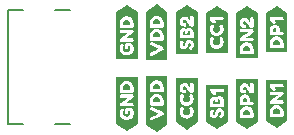
<source format=gbr>
%TF.GenerationSoftware,KiCad,Pcbnew,(6.0.5-0)*%
%TF.CreationDate,2022-07-11T15:28:30+02:00*%
%TF.ProjectId,USB-C-breakout,5553422d-432d-4627-9265-616b6f75742e,rev?*%
%TF.SameCoordinates,Original*%
%TF.FileFunction,Legend,Top*%
%TF.FilePolarity,Positive*%
%FSLAX46Y46*%
G04 Gerber Fmt 4.6, Leading zero omitted, Abs format (unit mm)*
G04 Created by KiCad (PCBNEW (6.0.5-0)) date 2022-07-11 15:28:30*
%MOMM*%
%LPD*%
G01*
G04 APERTURE LIST*
%ADD10C,0.200000*%
G04 APERTURE END LIST*
%TO.C,kibuzzard-62B9BD67*%
G36*
X148715611Y-83209253D02*
G01*
X148811456Y-83278310D01*
X148875155Y-83375941D01*
X148896388Y-83484685D01*
X148896388Y-83638672D01*
X148296313Y-83638672D01*
X148296313Y-83486272D01*
X148317942Y-83373361D01*
X148382831Y-83275928D01*
X148479867Y-83208658D01*
X148597938Y-83186235D01*
X148715611Y-83209253D01*
G37*
G36*
X147667133Y-84250389D02*
G01*
X147667133Y-83778372D01*
X148013738Y-83778372D01*
X148024453Y-83860128D01*
X148056600Y-83902197D01*
X148097875Y-83917278D01*
X148153438Y-83919660D01*
X149036088Y-83919660D01*
X149137688Y-83900610D01*
X149167453Y-83858541D01*
X149177375Y-83779960D01*
X149177375Y-83489447D01*
X149166560Y-83372518D01*
X149134116Y-83264618D01*
X149080041Y-83165746D01*
X149004338Y-83075903D01*
X148913503Y-83001241D01*
X148814036Y-82947911D01*
X148705937Y-82915913D01*
X148589206Y-82905247D01*
X148472922Y-82916161D01*
X148366163Y-82948903D01*
X148268928Y-83003474D01*
X148181219Y-83079872D01*
X148108640Y-83170657D01*
X148056798Y-83268388D01*
X148025693Y-83373064D01*
X148015325Y-83484685D01*
X148013738Y-83778372D01*
X147667133Y-83778372D01*
X147667133Y-82663947D01*
X148016912Y-82663947D01*
X148026438Y-82741735D01*
X148063744Y-82786978D01*
X148151850Y-82802060D01*
X149037675Y-82802060D01*
X149093238Y-82799678D01*
X149136100Y-82784597D01*
X149168247Y-82743322D01*
X149178963Y-82663947D01*
X149168247Y-82582191D01*
X149136100Y-82540122D01*
X149094825Y-82525041D01*
X149039263Y-82522660D01*
X148516975Y-82522660D01*
X148574831Y-82478298D01*
X148651031Y-82420354D01*
X148745575Y-82348828D01*
X148858464Y-82263721D01*
X148989697Y-82165031D01*
X149139275Y-82052760D01*
X149169438Y-82013072D01*
X149178963Y-81927347D01*
X149168247Y-81845591D01*
X149136100Y-81803522D01*
X149094825Y-81788441D01*
X149039263Y-81786060D01*
X148158200Y-81786060D01*
X148077238Y-81795585D01*
X148043900Y-81815428D01*
X148024850Y-81856703D01*
X148016912Y-81929728D01*
X148026438Y-82005135D01*
X148063744Y-82050378D01*
X148151850Y-82065460D01*
X148688425Y-82065460D01*
X148631143Y-82109204D01*
X148556663Y-82165296D01*
X148464984Y-82233735D01*
X148356108Y-82314521D01*
X148230034Y-82407654D01*
X148086763Y-82513135D01*
X148045488Y-82549647D01*
X148025644Y-82588541D01*
X148016912Y-82663947D01*
X147667133Y-82663947D01*
X147667133Y-81255041D01*
X147997862Y-81255041D01*
X148012415Y-81374456D01*
X148056071Y-81477644D01*
X148128831Y-81564603D01*
X148219936Y-81630308D01*
X148318626Y-81669731D01*
X148424900Y-81682872D01*
X148505863Y-81674935D01*
X148551106Y-81631675D01*
X148566188Y-81543172D01*
X148556663Y-81462210D01*
X148528088Y-81419347D01*
X148488400Y-81404266D01*
X148436013Y-81401885D01*
X148426488Y-81401885D01*
X148389975Y-81395535D01*
X148316156Y-81353466D01*
X148278850Y-81265360D01*
X148293138Y-81185985D01*
X148324094Y-81143916D01*
X148366956Y-81119310D01*
X148407438Y-81108197D01*
X148476891Y-81123080D01*
X148542375Y-81167728D01*
X148602502Y-81233411D01*
X148655881Y-81311397D01*
X148706284Y-81395535D01*
X148757481Y-81479672D01*
X148814234Y-81557658D01*
X148881306Y-81623341D01*
X148956911Y-81667989D01*
X149039263Y-81682872D01*
X149139275Y-81641597D01*
X149182138Y-81543172D01*
X149182138Y-80922460D01*
X149163088Y-80824035D01*
X149121813Y-80789903D01*
X149041644Y-80779585D01*
X148960681Y-80789110D01*
X148914644Y-80826416D01*
X148899563Y-80919285D01*
X148899563Y-81209797D01*
X148891625Y-81209797D01*
X148875750Y-81170110D01*
X148822172Y-81071685D01*
X148734463Y-80960560D01*
X148677313Y-80908966D01*
X148604288Y-80865310D01*
X148520944Y-80835544D01*
X148432838Y-80825622D01*
X148323741Y-80838851D01*
X148222935Y-80878539D01*
X148130419Y-80944685D01*
X148056776Y-81032085D01*
X148012591Y-81135538D01*
X147997862Y-81255041D01*
X147667133Y-81255041D01*
X147667133Y-80448856D01*
X148590000Y-79833611D01*
X149512867Y-80448856D01*
X149512867Y-84250389D01*
X147667133Y-84250389D01*
G37*
%TO.C,kibuzzard-62B9BDF3*%
G36*
X141094023Y-87546744D02*
G01*
X141189869Y-87615801D01*
X141253567Y-87713432D01*
X141274800Y-87822176D01*
X141274800Y-87976163D01*
X140674725Y-87976163D01*
X140674725Y-87823763D01*
X140696355Y-87710852D01*
X140761244Y-87613419D01*
X140858280Y-87546149D01*
X140976350Y-87523726D01*
X141094023Y-87546744D01*
G37*
G36*
X141094023Y-86429144D02*
G01*
X141189869Y-86498201D01*
X141253567Y-86595832D01*
X141274800Y-86704576D01*
X141274800Y-86858563D01*
X140674725Y-86858563D01*
X140674725Y-86706163D01*
X140696355Y-86593252D01*
X140761244Y-86495819D01*
X140858280Y-86428549D01*
X140976350Y-86406126D01*
X141094023Y-86429144D01*
G37*
G36*
X140970000Y-90481591D02*
G01*
X140053483Y-89870580D01*
X140053483Y-89366019D01*
X140384212Y-89366019D01*
X140411200Y-89446188D01*
X140459619Y-89516435D01*
X140512800Y-89539851D01*
X140589000Y-89516038D01*
X141478000Y-89077888D01*
X141534356Y-89024707D01*
X141555788Y-88949301D01*
X141555788Y-88933426D01*
X141534356Y-88859607D01*
X141478000Y-88806426D01*
X140589000Y-88368276D01*
X140512800Y-88344463D01*
X140459619Y-88367879D01*
X140411200Y-88438126D01*
X140384212Y-88531788D01*
X140427075Y-88601638D01*
X140474700Y-88623863D01*
X141170025Y-88941363D01*
X141133314Y-88958627D01*
X141048581Y-88997719D01*
X140936464Y-89049313D01*
X140817600Y-89104082D01*
X140698736Y-89158652D01*
X140586619Y-89209651D01*
X140499306Y-89249537D01*
X140454856Y-89270769D01*
X140412787Y-89296963D01*
X140390563Y-89323951D01*
X140384212Y-89366019D01*
X140053483Y-89366019D01*
X140053483Y-88115863D01*
X140392150Y-88115863D01*
X140402866Y-88197619D01*
X140435012Y-88239688D01*
X140476287Y-88254769D01*
X140531850Y-88257151D01*
X141414500Y-88257151D01*
X141516100Y-88238101D01*
X141545866Y-88196032D01*
X141555788Y-88117451D01*
X141555788Y-87826938D01*
X141544973Y-87710009D01*
X141512528Y-87602109D01*
X141458454Y-87503237D01*
X141382750Y-87413394D01*
X141291915Y-87338732D01*
X141192448Y-87285402D01*
X141084350Y-87253404D01*
X140967619Y-87242738D01*
X140851334Y-87253652D01*
X140744575Y-87286394D01*
X140647341Y-87340965D01*
X140559631Y-87417363D01*
X140487053Y-87508148D01*
X140435211Y-87605879D01*
X140404106Y-87710555D01*
X140393738Y-87822176D01*
X140392150Y-88115863D01*
X140053483Y-88115863D01*
X140053483Y-86998263D01*
X140392150Y-86998263D01*
X140402866Y-87080019D01*
X140435012Y-87122088D01*
X140476287Y-87137169D01*
X140531850Y-87139551D01*
X141414500Y-87139551D01*
X141516100Y-87120501D01*
X141545866Y-87078432D01*
X141555788Y-86999851D01*
X141555788Y-86709338D01*
X141544973Y-86592409D01*
X141512528Y-86484509D01*
X141458454Y-86385637D01*
X141382750Y-86295794D01*
X141291915Y-86221132D01*
X141192448Y-86167802D01*
X141084350Y-86135804D01*
X140967619Y-86125138D01*
X140851334Y-86136052D01*
X140744575Y-86168794D01*
X140647341Y-86223365D01*
X140559631Y-86299763D01*
X140487053Y-86390548D01*
X140435211Y-86488279D01*
X140404106Y-86592955D01*
X140393738Y-86704576D01*
X140392150Y-86998263D01*
X140053483Y-86998263D01*
X140053483Y-85794409D01*
X141886517Y-85794409D01*
X141886517Y-89870580D01*
X140970000Y-90481591D01*
G37*
%TO.C,kibuzzard-62B9BE25*%
G36*
X148590000Y-90276539D02*
G01*
X147667133Y-89661294D01*
X147667133Y-89189278D01*
X148013738Y-89189278D01*
X148024453Y-89271034D01*
X148056600Y-89313103D01*
X148097875Y-89328184D01*
X148153438Y-89330565D01*
X149036088Y-89330565D01*
X149137688Y-89311515D01*
X149167453Y-89269447D01*
X149177375Y-89190865D01*
X149177375Y-88900353D01*
X149166560Y-88783423D01*
X149134116Y-88675523D01*
X149080041Y-88576652D01*
X149004338Y-88486809D01*
X148913503Y-88412147D01*
X148814036Y-88358817D01*
X148705937Y-88326819D01*
X148589206Y-88316153D01*
X148472922Y-88327067D01*
X148366163Y-88359809D01*
X148268928Y-88414379D01*
X148181219Y-88490778D01*
X148108640Y-88581563D01*
X148056798Y-88679293D01*
X148025693Y-88783969D01*
X148015325Y-88895590D01*
X148013738Y-89189278D01*
X147667133Y-89189278D01*
X147667133Y-88071678D01*
X148015325Y-88071678D01*
X148026041Y-88153434D01*
X148058188Y-88195503D01*
X148100256Y-88210584D01*
X148155025Y-88212965D01*
X149036088Y-88212965D01*
X149118638Y-88203440D01*
X149162691Y-88161372D01*
X149177375Y-88073265D01*
X149166659Y-87991509D01*
X149134513Y-87949440D01*
X149092444Y-87934359D01*
X149037675Y-87931978D01*
X148858288Y-87931978D01*
X148858288Y-87733540D01*
X148846999Y-87640407D01*
X148813132Y-87549390D01*
X148756688Y-87460490D01*
X148698942Y-87401356D01*
X148624131Y-87354128D01*
X148535827Y-87323172D01*
X148437600Y-87312853D01*
X148339175Y-87323172D01*
X148250275Y-87354128D01*
X148174869Y-87401356D01*
X148116925Y-87460490D01*
X148060481Y-87549214D01*
X148026614Y-87639701D01*
X148015325Y-87731953D01*
X148015325Y-88071678D01*
X147667133Y-88071678D01*
X147667133Y-86805647D01*
X147997862Y-86805647D01*
X148012415Y-86925062D01*
X148056071Y-87028249D01*
X148128831Y-87115209D01*
X148219936Y-87180914D01*
X148318626Y-87220337D01*
X148424900Y-87233478D01*
X148505863Y-87225540D01*
X148551106Y-87182281D01*
X148566188Y-87093778D01*
X148556663Y-87012815D01*
X148528088Y-86969953D01*
X148488400Y-86954872D01*
X148436013Y-86952490D01*
X148426488Y-86952490D01*
X148389975Y-86946140D01*
X148316156Y-86904072D01*
X148278850Y-86815965D01*
X148293138Y-86736590D01*
X148324094Y-86694522D01*
X148366956Y-86669915D01*
X148407438Y-86658803D01*
X148476891Y-86673686D01*
X148542375Y-86718334D01*
X148602502Y-86784017D01*
X148655881Y-86862003D01*
X148706284Y-86946140D01*
X148757481Y-87030278D01*
X148814234Y-87108264D01*
X148881306Y-87173947D01*
X148956911Y-87218595D01*
X149039263Y-87233478D01*
X149139275Y-87192203D01*
X149182138Y-87093778D01*
X149182138Y-86473065D01*
X149163088Y-86374640D01*
X149121813Y-86340509D01*
X149041644Y-86330190D01*
X148960681Y-86339715D01*
X148914644Y-86377022D01*
X148899563Y-86469890D01*
X148899563Y-86760403D01*
X148891625Y-86760403D01*
X148875750Y-86720715D01*
X148822172Y-86622290D01*
X148734463Y-86511165D01*
X148677313Y-86459572D01*
X148604288Y-86415915D01*
X148520944Y-86386150D01*
X148432838Y-86376228D01*
X148323741Y-86389457D01*
X148222935Y-86429144D01*
X148130419Y-86495290D01*
X148056776Y-86582691D01*
X148012591Y-86686143D01*
X147997862Y-86805647D01*
X147667133Y-86805647D01*
X147667133Y-85999461D01*
X149512867Y-85999461D01*
X149512867Y-89661294D01*
X148590000Y-90276539D01*
G37*
G36*
X148542375Y-87638290D02*
G01*
X148577300Y-87731953D01*
X148577300Y-87931978D01*
X148296313Y-87931978D01*
X148296313Y-87733540D01*
X148332031Y-87638290D01*
X148437600Y-87592253D01*
X148542375Y-87638290D01*
G37*
G36*
X148715611Y-88620159D02*
G01*
X148811456Y-88689215D01*
X148875155Y-88786847D01*
X148896388Y-88895590D01*
X148896388Y-89049578D01*
X148296313Y-89049578D01*
X148296313Y-88897178D01*
X148317942Y-88784267D01*
X148382831Y-88686834D01*
X148479867Y-88619564D01*
X148597938Y-88597140D01*
X148715611Y-88620159D01*
G37*
%TO.C,kibuzzard-62B9BE2F*%
G36*
X151247673Y-88512474D02*
G01*
X151343519Y-88581530D01*
X151407217Y-88679161D01*
X151428450Y-88787905D01*
X151428450Y-88941892D01*
X150828375Y-88941892D01*
X150828375Y-88789492D01*
X150850005Y-88676581D01*
X150914894Y-88579149D01*
X151011930Y-88511878D01*
X151130000Y-88489455D01*
X151247673Y-88512474D01*
G37*
G36*
X151130000Y-90163562D02*
G01*
X150215071Y-89553609D01*
X150215071Y-89081592D01*
X150545800Y-89081592D01*
X150556516Y-89163349D01*
X150588663Y-89205417D01*
X150629937Y-89220499D01*
X150685500Y-89222880D01*
X151568150Y-89222880D01*
X151669750Y-89203830D01*
X151699516Y-89161761D01*
X151709437Y-89083180D01*
X151709437Y-88792667D01*
X151698623Y-88675738D01*
X151666178Y-88567838D01*
X151612104Y-88468966D01*
X151536400Y-88379124D01*
X151445565Y-88304462D01*
X151346098Y-88251131D01*
X151238000Y-88219133D01*
X151121269Y-88208467D01*
X151004984Y-88219381D01*
X150898225Y-88252124D01*
X150800991Y-88306694D01*
X150713281Y-88383092D01*
X150640703Y-88473878D01*
X150588861Y-88571608D01*
X150557756Y-88676284D01*
X150547388Y-88787905D01*
X150545800Y-89081592D01*
X150215071Y-89081592D01*
X150215071Y-87967167D01*
X150548975Y-87967167D01*
X150558500Y-88044955D01*
X150595806Y-88090199D01*
X150683913Y-88105280D01*
X151569738Y-88105280D01*
X151625300Y-88102899D01*
X151668163Y-88087817D01*
X151700309Y-88046542D01*
X151711025Y-87967167D01*
X151700309Y-87885411D01*
X151668163Y-87843342D01*
X151626888Y-87828261D01*
X151571325Y-87825880D01*
X151049037Y-87825880D01*
X151106893Y-87781518D01*
X151183093Y-87723574D01*
X151277638Y-87652049D01*
X151390526Y-87566941D01*
X151521760Y-87468251D01*
X151671337Y-87355980D01*
X151701500Y-87316292D01*
X151711025Y-87230567D01*
X151700309Y-87148811D01*
X151668163Y-87106742D01*
X151626888Y-87091661D01*
X151571325Y-87089280D01*
X150690262Y-87089280D01*
X150609300Y-87098805D01*
X150575962Y-87118649D01*
X150556912Y-87159924D01*
X150548975Y-87232949D01*
X150558500Y-87308355D01*
X150595806Y-87353599D01*
X150683913Y-87368680D01*
X151220488Y-87368680D01*
X151163205Y-87412424D01*
X151088725Y-87468516D01*
X150997047Y-87536955D01*
X150888171Y-87617741D01*
X150762097Y-87710874D01*
X150618825Y-87816355D01*
X150577550Y-87852867D01*
X150557706Y-87891761D01*
X150548975Y-87967167D01*
X150215071Y-87967167D01*
X150215071Y-86590011D01*
X150545800Y-86590011D01*
X150587075Y-86679705D01*
X150590250Y-86684467D01*
X150825200Y-86944817D01*
X150918862Y-87001967D01*
X151017288Y-86951961D01*
X151072850Y-86855917D01*
X151023638Y-86744792D01*
X151004588Y-86724155D01*
X151571325Y-86724155D01*
X151629269Y-86721774D01*
X151672925Y-86706692D01*
X151703881Y-86664227D01*
X151714200Y-86584455D01*
X151703484Y-86502699D01*
X151671337Y-86460630D01*
X151629269Y-86445549D01*
X151574500Y-86443167D01*
X150690262Y-86443167D01*
X150606125Y-86451105D01*
X150571994Y-86473330D01*
X150553738Y-86514605D01*
X150545800Y-86590011D01*
X150215071Y-86590011D01*
X150215071Y-86112438D01*
X152044929Y-86112438D01*
X152044929Y-89553609D01*
X151130000Y-90163562D01*
G37*
%TO.C,kibuzzard-62B9BD52*%
G36*
X145123958Y-83776785D02*
G01*
X145123958Y-82839631D01*
X145454687Y-82839631D01*
X145464212Y-82944229D01*
X145492787Y-83048475D01*
X145540413Y-83152368D01*
X145590220Y-83230354D01*
X145650744Y-83299212D01*
X145725356Y-83357751D01*
X145817431Y-83404781D01*
X145923992Y-83435737D01*
X146042063Y-83446056D01*
X146161323Y-83435538D01*
X146271456Y-83403987D01*
X146367500Y-83356163D01*
X146444494Y-83296831D01*
X146506803Y-83227576D01*
X146558794Y-83149987D01*
X146598878Y-83069421D01*
X146625469Y-82991237D01*
X146640352Y-82914640D01*
X146645313Y-82838837D01*
X146638963Y-82762041D01*
X146619913Y-82682468D01*
X146578638Y-82575312D01*
X146545300Y-82520543D01*
X146505613Y-82470537D01*
X146450050Y-82449106D01*
X146361150Y-82484031D01*
X146294475Y-82539196D01*
X146272250Y-82590393D01*
X146304000Y-82666593D01*
X146324638Y-82695168D01*
X146350038Y-82757874D01*
X146362738Y-82850743D01*
X146345275Y-82953534D01*
X146292888Y-83052356D01*
X146192875Y-83133318D01*
X146125208Y-83157131D01*
X146049206Y-83165068D01*
X145973205Y-83157131D01*
X145905538Y-83133318D01*
X145807113Y-83053943D01*
X145753534Y-82953137D01*
X145735675Y-82850743D01*
X145749169Y-82750731D01*
X145789650Y-82672943D01*
X145824575Y-82591981D01*
X145803144Y-82539593D01*
X145738850Y-82480856D01*
X145650744Y-82447518D01*
X145575338Y-82488793D01*
X145546762Y-82533243D01*
X145524537Y-82571343D01*
X145477706Y-82688024D01*
X145460442Y-82764423D01*
X145454687Y-82839631D01*
X145123958Y-82839631D01*
X145123958Y-81761718D01*
X145454687Y-81761718D01*
X145464212Y-81866317D01*
X145492787Y-81970562D01*
X145540413Y-82074456D01*
X145590220Y-82152441D01*
X145650744Y-82221299D01*
X145725356Y-82279838D01*
X145817431Y-82326868D01*
X145923992Y-82357824D01*
X146042063Y-82368143D01*
X146161323Y-82357626D01*
X146271456Y-82326074D01*
X146367500Y-82278251D01*
X146444494Y-82218918D01*
X146506803Y-82149663D01*
X146558794Y-82072074D01*
X146598878Y-81991509D01*
X146625469Y-81913324D01*
X146640352Y-81836727D01*
X146645313Y-81760924D01*
X146638963Y-81684129D01*
X146619913Y-81604556D01*
X146578638Y-81497399D01*
X146545300Y-81442631D01*
X146505613Y-81392624D01*
X146450050Y-81371193D01*
X146361150Y-81406118D01*
X146294475Y-81461284D01*
X146272250Y-81512481D01*
X146304000Y-81588681D01*
X146324638Y-81617256D01*
X146350038Y-81679962D01*
X146362738Y-81772831D01*
X146345275Y-81875621D01*
X146292888Y-81974443D01*
X146192875Y-82055406D01*
X146125208Y-82079218D01*
X146049206Y-82087156D01*
X145973205Y-82079218D01*
X145905538Y-82055406D01*
X145807113Y-81976031D01*
X145753534Y-81875224D01*
X145735675Y-81772831D01*
X145749169Y-81672818D01*
X145789650Y-81595031D01*
X145824575Y-81514068D01*
X145803144Y-81461681D01*
X145738850Y-81402943D01*
X145650744Y-81369606D01*
X145575338Y-81410881D01*
X145546762Y-81455331D01*
X145524537Y-81493431D01*
X145477706Y-81610112D01*
X145460442Y-81686510D01*
X145454687Y-81761718D01*
X145123958Y-81761718D01*
X145123958Y-80894149D01*
X145464213Y-80894149D01*
X145505487Y-80983843D01*
X145508663Y-80988606D01*
X145743613Y-81248956D01*
X145837275Y-81306106D01*
X145935700Y-81256099D01*
X145991263Y-81160056D01*
X145942050Y-81048931D01*
X145923000Y-81028293D01*
X146489738Y-81028293D01*
X146547681Y-81025912D01*
X146591338Y-81010831D01*
X146622294Y-80968365D01*
X146632613Y-80888593D01*
X146621897Y-80806837D01*
X146589750Y-80764768D01*
X146547681Y-80749687D01*
X146492913Y-80747306D01*
X145608675Y-80747306D01*
X145524537Y-80755243D01*
X145490406Y-80777468D01*
X145472150Y-80818743D01*
X145464213Y-80894149D01*
X145123958Y-80894149D01*
X145123958Y-80416576D01*
X146050000Y-79799215D01*
X146976042Y-80416576D01*
X146976042Y-83776785D01*
X145123958Y-83776785D01*
G37*
%TO.C,kibuzzard-62B9BDB7*%
G36*
X141094023Y-80944156D02*
G01*
X141189869Y-81013212D01*
X141253567Y-81110843D01*
X141274800Y-81219587D01*
X141274800Y-81373574D01*
X140674725Y-81373574D01*
X140674725Y-81221174D01*
X140696355Y-81108263D01*
X140761244Y-81010831D01*
X140858280Y-80943560D01*
X140976350Y-80921137D01*
X141094023Y-80944156D01*
G37*
G36*
X141094023Y-82061756D02*
G01*
X141189869Y-82130812D01*
X141253567Y-82228443D01*
X141274800Y-82337187D01*
X141274800Y-82491174D01*
X140674725Y-82491174D01*
X140674725Y-82338774D01*
X140696355Y-82225863D01*
X140761244Y-82128431D01*
X140858280Y-82061160D01*
X140976350Y-82038737D01*
X141094023Y-82061756D01*
G37*
G36*
X140053483Y-84385591D02*
G01*
X140053483Y-83881031D01*
X140384212Y-83881031D01*
X140411200Y-83961199D01*
X140459619Y-84031446D01*
X140512800Y-84054862D01*
X140589000Y-84031049D01*
X141478000Y-83592899D01*
X141534356Y-83539718D01*
X141555788Y-83464312D01*
X141555788Y-83448437D01*
X141534356Y-83374618D01*
X141478000Y-83321437D01*
X140589000Y-82883287D01*
X140512800Y-82859474D01*
X140459619Y-82882890D01*
X140411200Y-82953137D01*
X140384212Y-83046799D01*
X140427075Y-83116649D01*
X140474700Y-83138874D01*
X141170025Y-83456374D01*
X141133314Y-83473638D01*
X141048581Y-83512731D01*
X140936464Y-83564324D01*
X140817600Y-83619093D01*
X140698736Y-83673663D01*
X140586619Y-83724662D01*
X140499306Y-83764548D01*
X140454856Y-83785781D01*
X140412787Y-83811974D01*
X140390563Y-83838962D01*
X140384212Y-83881031D01*
X140053483Y-83881031D01*
X140053483Y-82630874D01*
X140392150Y-82630874D01*
X140402866Y-82712631D01*
X140435012Y-82754699D01*
X140476287Y-82769781D01*
X140531850Y-82772162D01*
X141414500Y-82772162D01*
X141516100Y-82753112D01*
X141545866Y-82711043D01*
X141555788Y-82632462D01*
X141555788Y-82341949D01*
X141544973Y-82225020D01*
X141512528Y-82117120D01*
X141458454Y-82018248D01*
X141382750Y-81928406D01*
X141291915Y-81853743D01*
X141192448Y-81800413D01*
X141084350Y-81768415D01*
X140967619Y-81757749D01*
X140851334Y-81768663D01*
X140744575Y-81801406D01*
X140647341Y-81855976D01*
X140559631Y-81932374D01*
X140487053Y-82023159D01*
X140435211Y-82120890D01*
X140404106Y-82225566D01*
X140393738Y-82337187D01*
X140392150Y-82630874D01*
X140053483Y-82630874D01*
X140053483Y-81513274D01*
X140392150Y-81513274D01*
X140402866Y-81595031D01*
X140435012Y-81637099D01*
X140476287Y-81652181D01*
X140531850Y-81654562D01*
X141414500Y-81654562D01*
X141516100Y-81635512D01*
X141545866Y-81593443D01*
X141555788Y-81514862D01*
X141555788Y-81224349D01*
X141544973Y-81107420D01*
X141512528Y-80999520D01*
X141458454Y-80900648D01*
X141382750Y-80810806D01*
X141291915Y-80736143D01*
X141192448Y-80682813D01*
X141084350Y-80650815D01*
X140967619Y-80640149D01*
X140851334Y-80651063D01*
X140744575Y-80683806D01*
X140647341Y-80738376D01*
X140559631Y-80814774D01*
X140487053Y-80905559D01*
X140435211Y-81003290D01*
X140404106Y-81107966D01*
X140393738Y-81219587D01*
X140392150Y-81513274D01*
X140053483Y-81513274D01*
X140053483Y-80309420D01*
X140970000Y-79698409D01*
X141886517Y-80309420D01*
X141886517Y-84385591D01*
X140053483Y-84385591D01*
G37*
%TO.C,kibuzzard-62B9BD75*%
G36*
X151074438Y-81720708D02*
G01*
X151109363Y-81814370D01*
X151109363Y-82014395D01*
X150828375Y-82014395D01*
X150828375Y-81815958D01*
X150864094Y-81720708D01*
X150969663Y-81674670D01*
X151074438Y-81720708D01*
G37*
G36*
X151247673Y-82702576D02*
G01*
X151343519Y-82771633D01*
X151407217Y-82869264D01*
X151428450Y-82978008D01*
X151428450Y-83131995D01*
X150828375Y-83131995D01*
X150828375Y-82979595D01*
X150850005Y-82866684D01*
X150914894Y-82769251D01*
X151011930Y-82701981D01*
X151130000Y-82679558D01*
X151247673Y-82702576D01*
G37*
G36*
X150215071Y-83743712D02*
G01*
X150215071Y-83271695D01*
X150545800Y-83271695D01*
X150556516Y-83353451D01*
X150588663Y-83395520D01*
X150629937Y-83410601D01*
X150685500Y-83412983D01*
X151568150Y-83412983D01*
X151669750Y-83393933D01*
X151699516Y-83351864D01*
X151709437Y-83273283D01*
X151709437Y-82982770D01*
X151698623Y-82865841D01*
X151666178Y-82757940D01*
X151612104Y-82659069D01*
X151536400Y-82569226D01*
X151445565Y-82494564D01*
X151346098Y-82441234D01*
X151238000Y-82409236D01*
X151121269Y-82398570D01*
X151004984Y-82409484D01*
X150898225Y-82442226D01*
X150800991Y-82496797D01*
X150713281Y-82573195D01*
X150640703Y-82663980D01*
X150588861Y-82761711D01*
X150557756Y-82866387D01*
X150547388Y-82978008D01*
X150545800Y-83271695D01*
X150215071Y-83271695D01*
X150215071Y-82154095D01*
X150547388Y-82154095D01*
X150558103Y-82235851D01*
X150590250Y-82277920D01*
X150632319Y-82293001D01*
X150687087Y-82295383D01*
X151568150Y-82295383D01*
X151650700Y-82285858D01*
X151694753Y-82243789D01*
X151709437Y-82155683D01*
X151698722Y-82073926D01*
X151666575Y-82031858D01*
X151624506Y-82016776D01*
X151569738Y-82014395D01*
X151390350Y-82014395D01*
X151390350Y-81815958D01*
X151379061Y-81722824D01*
X151345194Y-81631808D01*
X151288750Y-81542908D01*
X151231005Y-81483773D01*
X151156194Y-81436545D01*
X151067889Y-81405589D01*
X150969663Y-81395270D01*
X150871238Y-81405589D01*
X150782337Y-81436545D01*
X150706931Y-81483773D01*
X150648987Y-81542908D01*
X150592543Y-81631631D01*
X150558676Y-81722119D01*
X150547388Y-81814370D01*
X150547388Y-82154095D01*
X150215071Y-82154095D01*
X150215071Y-80919814D01*
X150545800Y-80919814D01*
X150587075Y-81009508D01*
X150590250Y-81014270D01*
X150825200Y-81274620D01*
X150918862Y-81331770D01*
X151017288Y-81281764D01*
X151072850Y-81185720D01*
X151023638Y-81074595D01*
X151004588Y-81053958D01*
X151571325Y-81053958D01*
X151629269Y-81051576D01*
X151672925Y-81036495D01*
X151703881Y-80994030D01*
X151714200Y-80914258D01*
X151703484Y-80832501D01*
X151671337Y-80790433D01*
X151629269Y-80775351D01*
X151574500Y-80772970D01*
X150690262Y-80772970D01*
X150606125Y-80780908D01*
X150571994Y-80803133D01*
X150553738Y-80844408D01*
X150545800Y-80919814D01*
X150215071Y-80919814D01*
X150215071Y-80442241D01*
X151130000Y-79832288D01*
X152044929Y-80442241D01*
X152044929Y-83743712D01*
X150215071Y-83743712D01*
G37*
%TO.C,kibuzzard-62B9BCC1*%
G36*
X138550848Y-86474388D02*
G01*
X138646694Y-86543444D01*
X138710392Y-86641076D01*
X138731625Y-86749819D01*
X138731625Y-86903807D01*
X138131550Y-86903807D01*
X138131550Y-86751407D01*
X138153180Y-86638496D01*
X138218069Y-86541063D01*
X138315105Y-86473793D01*
X138433175Y-86451369D01*
X138550848Y-86474388D01*
G37*
G36*
X138430000Y-90436347D02*
G01*
X137499196Y-89815811D01*
X137499196Y-88888182D01*
X137829925Y-88888182D01*
X137840492Y-89004863D01*
X137872192Y-89113607D01*
X137925026Y-89214413D01*
X137998994Y-89307282D01*
X138088737Y-89385069D01*
X138188898Y-89440632D01*
X138299478Y-89473969D01*
X138420475Y-89485082D01*
X138542068Y-89474168D01*
X138654433Y-89441426D01*
X138757571Y-89386855D01*
X138851481Y-89310457D01*
X138929616Y-89219275D01*
X138985427Y-89120354D01*
X139018913Y-89013694D01*
X139030075Y-88899294D01*
X139021443Y-88774279D01*
X138995547Y-88665932D01*
X138952387Y-88574254D01*
X138891963Y-88499244D01*
X138795125Y-88454794D01*
X138445875Y-88454794D01*
X138356975Y-88470669D01*
X138312525Y-88575444D01*
X138312525Y-88854844D01*
X138326813Y-88931044D01*
X138361737Y-88957238D01*
X138429206Y-88964382D01*
X138495881Y-88958032D01*
X138533188Y-88931044D01*
X138545888Y-88861194D01*
X138545888Y-88735782D01*
X138718925Y-88735782D01*
X138740356Y-88809998D01*
X138747500Y-88892944D01*
X138723489Y-89007244D01*
X138651456Y-89108844D01*
X138582841Y-89161761D01*
X138505053Y-89193511D01*
X138418094Y-89204094D01*
X138293872Y-89180679D01*
X138195844Y-89110432D01*
X138132145Y-89010023D01*
X138110913Y-88896119D01*
X138121827Y-88810394D01*
X138154569Y-88737369D01*
X138198225Y-88640532D01*
X138177191Y-88586954D01*
X138114087Y-88527819D01*
X138024394Y-88491307D01*
X137953750Y-88534169D01*
X137884958Y-88647587D01*
X137843683Y-88765592D01*
X137829925Y-88888182D01*
X137499196Y-88888182D01*
X137499196Y-88189682D01*
X137852150Y-88189682D01*
X137861675Y-88267469D01*
X137898981Y-88312713D01*
X137987087Y-88327794D01*
X138872913Y-88327794D01*
X138928475Y-88325413D01*
X138971338Y-88310332D01*
X139003484Y-88269057D01*
X139014200Y-88189682D01*
X139003484Y-88107926D01*
X138971338Y-88065857D01*
X138930063Y-88050776D01*
X138874500Y-88048394D01*
X138352212Y-88048394D01*
X138410068Y-88004033D01*
X138486268Y-87946089D01*
X138580813Y-87874563D01*
X138693701Y-87789456D01*
X138824935Y-87690766D01*
X138974513Y-87578494D01*
X139004675Y-87538807D01*
X139014200Y-87453082D01*
X139003484Y-87371326D01*
X138971338Y-87329257D01*
X138930063Y-87314176D01*
X138874500Y-87311794D01*
X137993438Y-87311794D01*
X137912475Y-87321319D01*
X137879138Y-87341163D01*
X137860088Y-87382438D01*
X137852150Y-87455463D01*
X137861675Y-87530869D01*
X137898981Y-87576113D01*
X137987087Y-87591194D01*
X138523663Y-87591194D01*
X138466380Y-87634939D01*
X138391900Y-87691031D01*
X138300222Y-87759469D01*
X138191346Y-87840256D01*
X138065272Y-87933389D01*
X137922000Y-88038869D01*
X137880725Y-88075382D01*
X137860881Y-88114276D01*
X137852150Y-88189682D01*
X137499196Y-88189682D01*
X137499196Y-87043507D01*
X137848975Y-87043507D01*
X137859691Y-87125263D01*
X137891837Y-87167332D01*
X137933112Y-87182413D01*
X137988675Y-87184794D01*
X138871325Y-87184794D01*
X138972925Y-87165744D01*
X139002691Y-87123676D01*
X139012613Y-87045094D01*
X139012613Y-86754582D01*
X139001798Y-86637653D01*
X138969353Y-86529752D01*
X138915279Y-86430881D01*
X138839575Y-86341038D01*
X138748740Y-86266376D01*
X138649273Y-86213046D01*
X138541175Y-86181048D01*
X138424444Y-86170382D01*
X138308159Y-86181296D01*
X138201400Y-86214038D01*
X138104166Y-86268609D01*
X138016456Y-86345007D01*
X137943878Y-86435792D01*
X137892036Y-86533523D01*
X137860931Y-86638198D01*
X137850563Y-86749819D01*
X137848975Y-87043507D01*
X137499196Y-87043507D01*
X137499196Y-85839653D01*
X139360804Y-85839653D01*
X139360804Y-89815811D01*
X138430000Y-90436347D01*
G37*
%TO.C,kibuzzard-62B9BCFF*%
G36*
X137499196Y-84340347D02*
G01*
X137499196Y-83412718D01*
X137829925Y-83412718D01*
X137840492Y-83529399D01*
X137872192Y-83638143D01*
X137925026Y-83738949D01*
X137998994Y-83831818D01*
X138088737Y-83909606D01*
X138188898Y-83965168D01*
X138299478Y-83998506D01*
X138420475Y-84009618D01*
X138542068Y-83998704D01*
X138654433Y-83965962D01*
X138757571Y-83911391D01*
X138851481Y-83834993D01*
X138929616Y-83743811D01*
X138985427Y-83644890D01*
X139018913Y-83538230D01*
X139030075Y-83423831D01*
X139021443Y-83298815D01*
X138995547Y-83190468D01*
X138952387Y-83098790D01*
X138891963Y-83023781D01*
X138795125Y-82979331D01*
X138445875Y-82979331D01*
X138356975Y-82995206D01*
X138312525Y-83099981D01*
X138312525Y-83379381D01*
X138326813Y-83455581D01*
X138361737Y-83481774D01*
X138429206Y-83488918D01*
X138495881Y-83482568D01*
X138533188Y-83455581D01*
X138545888Y-83385731D01*
X138545888Y-83260318D01*
X138718925Y-83260318D01*
X138740356Y-83334534D01*
X138747500Y-83417481D01*
X138723489Y-83531781D01*
X138651456Y-83633381D01*
X138582841Y-83686297D01*
X138505053Y-83718047D01*
X138418094Y-83728631D01*
X138293872Y-83705215D01*
X138195844Y-83634968D01*
X138132145Y-83534559D01*
X138110913Y-83420656D01*
X138121827Y-83334931D01*
X138154569Y-83261906D01*
X138198225Y-83165068D01*
X138177191Y-83111490D01*
X138114087Y-83052356D01*
X138024394Y-83015843D01*
X137953750Y-83058706D01*
X137884958Y-83172124D01*
X137843683Y-83290128D01*
X137829925Y-83412718D01*
X137499196Y-83412718D01*
X137499196Y-82714218D01*
X137852150Y-82714218D01*
X137861675Y-82792006D01*
X137898981Y-82837249D01*
X137987087Y-82852331D01*
X138872913Y-82852331D01*
X138928475Y-82849949D01*
X138971338Y-82834868D01*
X139003484Y-82793593D01*
X139014200Y-82714218D01*
X139003484Y-82632462D01*
X138971338Y-82590393D01*
X138930063Y-82575312D01*
X138874500Y-82572931D01*
X138352212Y-82572931D01*
X138410068Y-82528569D01*
X138486268Y-82470625D01*
X138580813Y-82399099D01*
X138693701Y-82313992D01*
X138824935Y-82215302D01*
X138974513Y-82103031D01*
X139004675Y-82063343D01*
X139014200Y-81977618D01*
X139003484Y-81895862D01*
X138971338Y-81853793D01*
X138930063Y-81838712D01*
X138874500Y-81836331D01*
X137993438Y-81836331D01*
X137912475Y-81845856D01*
X137879138Y-81865699D01*
X137860088Y-81906974D01*
X137852150Y-81979999D01*
X137861675Y-82055406D01*
X137898981Y-82100649D01*
X137987087Y-82115731D01*
X138523663Y-82115731D01*
X138466380Y-82159475D01*
X138391900Y-82215567D01*
X138300222Y-82284006D01*
X138191346Y-82364792D01*
X138065272Y-82457925D01*
X137922000Y-82563406D01*
X137880725Y-82599918D01*
X137860881Y-82638812D01*
X137852150Y-82714218D01*
X137499196Y-82714218D01*
X137499196Y-81568043D01*
X137848975Y-81568043D01*
X137859691Y-81649799D01*
X137891837Y-81691868D01*
X137933112Y-81706949D01*
X137988675Y-81709331D01*
X138871325Y-81709331D01*
X138972925Y-81690281D01*
X139002691Y-81648212D01*
X139012613Y-81569631D01*
X139012613Y-81279118D01*
X139001798Y-81162189D01*
X138969353Y-81054288D01*
X138915279Y-80955417D01*
X138839575Y-80865574D01*
X138748740Y-80790912D01*
X138649273Y-80737582D01*
X138541175Y-80705584D01*
X138424444Y-80694918D01*
X138308159Y-80705832D01*
X138201400Y-80738574D01*
X138104166Y-80793145D01*
X138016456Y-80869543D01*
X137943878Y-80960328D01*
X137892036Y-81058059D01*
X137860931Y-81162734D01*
X137850563Y-81274356D01*
X137848975Y-81568043D01*
X137499196Y-81568043D01*
X137499196Y-80364189D01*
X138430000Y-79743653D01*
X139360804Y-80364189D01*
X139360804Y-84340347D01*
X137499196Y-84340347D01*
G37*
G36*
X138550848Y-80998924D02*
G01*
X138646694Y-81067981D01*
X138710392Y-81165612D01*
X138731625Y-81274356D01*
X138731625Y-81428343D01*
X138131550Y-81428343D01*
X138131550Y-81275943D01*
X138153180Y-81163032D01*
X138218069Y-81065599D01*
X138315105Y-80998329D01*
X138433175Y-80975906D01*
X138550848Y-80998924D01*
G37*
D10*
%TO.C,J1*%
X133650000Y-80210000D02*
X132400000Y-80210000D01*
X128400000Y-80210000D02*
X128400000Y-89790000D01*
X129680000Y-80210000D02*
X128400000Y-80210000D01*
X128400000Y-89790000D02*
X129680000Y-89790000D01*
X133650000Y-89790000D02*
X132400000Y-89790000D01*
%TO.C,kibuzzard-62B9BE07*%
G36*
X143510000Y-90308024D02*
G01*
X142580783Y-89688547D01*
X142580783Y-88751392D01*
X142917862Y-88751392D01*
X142927387Y-88855991D01*
X142955963Y-88960237D01*
X143003588Y-89064130D01*
X143053395Y-89142116D01*
X143113919Y-89210974D01*
X143188531Y-89269513D01*
X143280606Y-89316542D01*
X143387167Y-89347499D01*
X143505238Y-89357817D01*
X143624498Y-89347300D01*
X143734631Y-89315749D01*
X143830675Y-89267925D01*
X143907669Y-89208592D01*
X143969978Y-89139338D01*
X144021969Y-89061749D01*
X144062053Y-88981183D01*
X144088644Y-88902999D01*
X144103527Y-88826402D01*
X144108488Y-88750599D01*
X144102138Y-88673803D01*
X144083088Y-88594230D01*
X144041813Y-88487074D01*
X144008475Y-88432305D01*
X143968788Y-88382299D01*
X143913225Y-88360867D01*
X143824325Y-88395792D01*
X143757650Y-88450958D01*
X143735425Y-88502155D01*
X143767175Y-88578355D01*
X143787813Y-88606930D01*
X143813213Y-88669636D01*
X143825913Y-88762505D01*
X143808450Y-88865295D01*
X143756063Y-88964117D01*
X143656050Y-89045080D01*
X143588383Y-89068892D01*
X143512381Y-89076830D01*
X143436380Y-89068892D01*
X143368713Y-89045080D01*
X143270288Y-88965705D01*
X143216709Y-88864899D01*
X143198850Y-88762505D01*
X143212344Y-88662492D01*
X143252825Y-88584705D01*
X143287750Y-88503742D01*
X143266319Y-88451355D01*
X143202025Y-88392617D01*
X143113919Y-88359280D01*
X143038513Y-88400555D01*
X143009937Y-88445005D01*
X142987713Y-88483105D01*
X142940881Y-88599786D01*
X142923617Y-88676185D01*
X142917862Y-88751392D01*
X142580783Y-88751392D01*
X142580783Y-87673480D01*
X142917862Y-87673480D01*
X142927387Y-87778078D01*
X142955963Y-87882324D01*
X143003588Y-87986217D01*
X143053395Y-88064203D01*
X143113919Y-88133061D01*
X143188531Y-88191600D01*
X143280606Y-88238630D01*
X143387167Y-88269586D01*
X143505238Y-88279905D01*
X143624498Y-88269388D01*
X143734631Y-88237836D01*
X143830675Y-88190013D01*
X143907669Y-88130680D01*
X143969978Y-88061425D01*
X144021969Y-87983836D01*
X144062053Y-87903270D01*
X144088644Y-87825086D01*
X144103527Y-87748489D01*
X144108488Y-87672686D01*
X144102138Y-87595891D01*
X144083088Y-87516317D01*
X144041813Y-87409161D01*
X144008475Y-87354392D01*
X143968788Y-87304386D01*
X143913225Y-87282955D01*
X143824325Y-87317880D01*
X143757650Y-87373045D01*
X143735425Y-87424242D01*
X143767175Y-87500442D01*
X143787813Y-87529017D01*
X143813213Y-87591724D01*
X143825913Y-87684592D01*
X143808450Y-87787383D01*
X143756063Y-87886205D01*
X143656050Y-87967167D01*
X143588383Y-87990980D01*
X143512381Y-87998917D01*
X143436380Y-87990980D01*
X143368713Y-87967167D01*
X143270288Y-87887792D01*
X143216709Y-87786986D01*
X143198850Y-87684592D01*
X143212344Y-87584580D01*
X143252825Y-87506792D01*
X143287750Y-87425830D01*
X143266319Y-87373442D01*
X143202025Y-87314705D01*
X143113919Y-87281367D01*
X143038513Y-87322642D01*
X143009937Y-87367092D01*
X142987713Y-87405192D01*
X142940881Y-87521874D01*
X142923617Y-87598272D01*
X142917862Y-87673480D01*
X142580783Y-87673480D01*
X142580783Y-86774161D01*
X142911512Y-86774161D01*
X142926065Y-86893576D01*
X142969721Y-86996764D01*
X143042481Y-87083724D01*
X143133586Y-87149428D01*
X143232276Y-87188851D01*
X143338550Y-87201992D01*
X143419513Y-87194055D01*
X143464756Y-87150795D01*
X143479838Y-87062292D01*
X143470313Y-86981330D01*
X143441738Y-86938467D01*
X143402050Y-86923386D01*
X143349663Y-86921005D01*
X143340138Y-86921005D01*
X143303625Y-86914655D01*
X143229806Y-86872586D01*
X143192500Y-86784480D01*
X143206788Y-86705105D01*
X143237744Y-86663036D01*
X143280606Y-86638430D01*
X143321088Y-86627317D01*
X143390541Y-86642200D01*
X143456025Y-86686849D01*
X143516152Y-86752531D01*
X143569531Y-86830517D01*
X143619934Y-86914655D01*
X143671131Y-86998792D01*
X143727884Y-87076778D01*
X143794956Y-87142461D01*
X143870561Y-87187110D01*
X143952913Y-87201992D01*
X144052925Y-87160717D01*
X144095788Y-87062292D01*
X144095788Y-86441580D01*
X144076738Y-86343155D01*
X144035463Y-86309024D01*
X143955294Y-86298705D01*
X143874331Y-86308230D01*
X143828294Y-86345536D01*
X143813213Y-86438405D01*
X143813213Y-86728917D01*
X143805275Y-86728917D01*
X143789400Y-86689230D01*
X143735822Y-86590805D01*
X143648113Y-86479680D01*
X143590963Y-86428086D01*
X143517938Y-86384430D01*
X143434594Y-86354664D01*
X143346488Y-86344742D01*
X143237391Y-86357972D01*
X143136585Y-86397659D01*
X143044069Y-86463805D01*
X142970426Y-86551206D01*
X142926241Y-86654658D01*
X142911512Y-86774161D01*
X142580783Y-86774161D01*
X142580783Y-85967976D01*
X144439217Y-85967976D01*
X144439217Y-89688547D01*
X143510000Y-90308024D01*
G37*
%TO.C,kibuzzard-62B9BDD1*%
G36*
X143783844Y-81959494D02*
G01*
X143810831Y-82034503D01*
X143810831Y-82294853D01*
X143209169Y-82294853D01*
X143209169Y-82072603D01*
X143225044Y-81994022D01*
X143280606Y-81967828D01*
X143337756Y-81972591D01*
X143371094Y-82048791D01*
X143393319Y-82146422D01*
X143484600Y-82175791D01*
X143575881Y-82147216D01*
X143598106Y-82061491D01*
X143610806Y-81972591D01*
X143642556Y-81943222D01*
X143702881Y-81934491D01*
X143783844Y-81959494D01*
G37*
G36*
X142579990Y-83855895D02*
G01*
X142579990Y-83117178D01*
X142910719Y-83117178D01*
X142922272Y-83228392D01*
X142956933Y-83322848D01*
X143014700Y-83400547D01*
X143087990Y-83458315D01*
X143169217Y-83492975D01*
X143258381Y-83504528D01*
X143352639Y-83494408D01*
X143432212Y-83464047D01*
X143494720Y-83418605D01*
X143537781Y-83363241D01*
X143568936Y-83300535D01*
X143595725Y-83233066D01*
X143616958Y-83165597D01*
X143631444Y-83102891D01*
X143667163Y-83002085D01*
X143728281Y-82961603D01*
X143795309Y-82978008D01*
X143835526Y-83027220D01*
X143848931Y-83109241D01*
X143824325Y-83185441D01*
X143772731Y-83248941D01*
X143713200Y-83319585D01*
X143693356Y-83372766D01*
X143731456Y-83456903D01*
X143791583Y-83508100D01*
X143838613Y-83525166D01*
X143929894Y-83483891D01*
X143947356Y-83469603D01*
X143995775Y-83423566D01*
X144045781Y-83352128D01*
X144091025Y-83244178D01*
X144104717Y-83175519D01*
X144109281Y-83102891D01*
X144099933Y-83007465D01*
X144071887Y-82915919D01*
X144025144Y-82828253D01*
X143973352Y-82767928D01*
X143903700Y-82720303D01*
X143818967Y-82689347D01*
X143721931Y-82679028D01*
X143626880Y-82689149D01*
X143548100Y-82719510D01*
X143487973Y-82764952D01*
X143448881Y-82820316D01*
X143422489Y-82883419D01*
X143400462Y-82952078D01*
X143383198Y-83020738D01*
X143371094Y-83083841D01*
X143334581Y-83184647D01*
X143263937Y-83225128D01*
X143195675Y-83190997D01*
X143171069Y-83105272D01*
X143191706Y-83020341D01*
X143212344Y-82995735D01*
X143228219Y-82977478D01*
X143259969Y-82894928D01*
X143240125Y-82838572D01*
X143180594Y-82783803D01*
X143093281Y-82745703D01*
X143015494Y-82794916D01*
X142985331Y-82834603D01*
X142935325Y-82943347D01*
X142916870Y-83026096D01*
X142910719Y-83117178D01*
X142579990Y-83117178D01*
X142579990Y-82434553D01*
X142928181Y-82434553D01*
X142938897Y-82516310D01*
X142971044Y-82558378D01*
X143012319Y-82573460D01*
X143067881Y-82575841D01*
X143948944Y-82575841D01*
X144031494Y-82566316D01*
X144076737Y-82524247D01*
X144091819Y-82436141D01*
X144091819Y-82018628D01*
X144079912Y-81923114D01*
X144044194Y-81837653D01*
X143984663Y-81762247D01*
X143907492Y-81703245D01*
X143818857Y-81666997D01*
X143718756Y-81653503D01*
X143629680Y-81663910D01*
X143546601Y-81695131D01*
X143469519Y-81747166D01*
X143377841Y-81701922D01*
X143277431Y-81686841D01*
X143185709Y-81698306D01*
X143103159Y-81732702D01*
X143029781Y-81790028D01*
X142973337Y-81860937D01*
X142939470Y-81942428D01*
X142928181Y-82034503D01*
X142928181Y-82434553D01*
X142579990Y-82434553D01*
X142579990Y-81146297D01*
X142912306Y-81146297D01*
X142926858Y-81265712D01*
X142970515Y-81368900D01*
X143043275Y-81455860D01*
X143134380Y-81521565D01*
X143233069Y-81560987D01*
X143339344Y-81574128D01*
X143420306Y-81566191D01*
X143465550Y-81522932D01*
X143480631Y-81434428D01*
X143471106Y-81353466D01*
X143442531Y-81310603D01*
X143402844Y-81295522D01*
X143350456Y-81293141D01*
X143340931Y-81293141D01*
X143304419Y-81286791D01*
X143230600Y-81244722D01*
X143193294Y-81156616D01*
X143207581Y-81077241D01*
X143238538Y-81035172D01*
X143281400Y-81010566D01*
X143321881Y-80999453D01*
X143391334Y-81014336D01*
X143456819Y-81058985D01*
X143516945Y-81124668D01*
X143570325Y-81202653D01*
X143620728Y-81286791D01*
X143671925Y-81370928D01*
X143728678Y-81448914D01*
X143795750Y-81514597D01*
X143871355Y-81559246D01*
X143953706Y-81574128D01*
X144053719Y-81532853D01*
X144096581Y-81434428D01*
X144096581Y-80813716D01*
X144077531Y-80715291D01*
X144036256Y-80681160D01*
X143956087Y-80670841D01*
X143875125Y-80680366D01*
X143829088Y-80717672D01*
X143814006Y-80810541D01*
X143814006Y-81101053D01*
X143806069Y-81101053D01*
X143790194Y-81061366D01*
X143736616Y-80962941D01*
X143648906Y-80851816D01*
X143591756Y-80800222D01*
X143518731Y-80756566D01*
X143435387Y-80726800D01*
X143347281Y-80716878D01*
X143238185Y-80730108D01*
X143137378Y-80769795D01*
X143044862Y-80835941D01*
X142971220Y-80923342D01*
X142927035Y-81026794D01*
X142912306Y-81146297D01*
X142579990Y-81146297D01*
X142579990Y-80340112D01*
X143510000Y-79720105D01*
X144440010Y-80340112D01*
X144440010Y-83855895D01*
X142579990Y-83855895D01*
G37*
%TO.C,kibuzzard-62B9C129*%
G36*
X146070000Y-90277714D02*
G01*
X145139990Y-89657707D01*
X145139990Y-88918990D01*
X145470719Y-88918990D01*
X145482272Y-89030203D01*
X145516933Y-89124660D01*
X145574700Y-89202359D01*
X145647990Y-89260126D01*
X145729217Y-89294787D01*
X145818381Y-89306340D01*
X145912639Y-89296220D01*
X145992212Y-89265859D01*
X146054720Y-89220417D01*
X146097781Y-89165053D01*
X146128936Y-89102347D01*
X146155725Y-89034878D01*
X146176958Y-88967409D01*
X146191444Y-88904703D01*
X146227163Y-88803897D01*
X146288281Y-88763415D01*
X146355309Y-88779819D01*
X146395526Y-88829032D01*
X146408931Y-88911053D01*
X146384325Y-88987253D01*
X146332731Y-89050753D01*
X146273200Y-89121397D01*
X146253356Y-89174578D01*
X146291456Y-89258715D01*
X146351583Y-89309912D01*
X146398613Y-89326978D01*
X146489894Y-89285703D01*
X146507356Y-89271415D01*
X146555775Y-89225378D01*
X146605781Y-89153940D01*
X146651025Y-89045990D01*
X146664717Y-88977331D01*
X146669281Y-88904703D01*
X146659933Y-88809276D01*
X146631887Y-88717731D01*
X146585144Y-88630065D01*
X146533352Y-88569740D01*
X146463700Y-88522115D01*
X146378967Y-88491159D01*
X146281931Y-88480840D01*
X146186880Y-88490961D01*
X146108100Y-88521322D01*
X146047973Y-88566764D01*
X146008881Y-88622128D01*
X145982489Y-88685231D01*
X145960462Y-88753890D01*
X145943198Y-88822550D01*
X145931094Y-88885653D01*
X145894581Y-88986459D01*
X145823937Y-89026940D01*
X145755675Y-88992809D01*
X145731069Y-88907084D01*
X145751706Y-88822153D01*
X145772344Y-88797547D01*
X145788219Y-88779290D01*
X145819969Y-88696740D01*
X145800125Y-88640384D01*
X145740594Y-88585615D01*
X145653281Y-88547515D01*
X145575494Y-88596728D01*
X145545331Y-88636415D01*
X145495325Y-88745159D01*
X145476870Y-88827907D01*
X145470719Y-88918990D01*
X145139990Y-88918990D01*
X145139990Y-88236365D01*
X145488181Y-88236365D01*
X145498897Y-88318122D01*
X145531044Y-88360190D01*
X145572319Y-88375272D01*
X145627881Y-88377653D01*
X146508944Y-88377653D01*
X146591494Y-88368128D01*
X146636737Y-88326059D01*
X146651819Y-88237953D01*
X146651819Y-87820440D01*
X146639912Y-87724926D01*
X146604194Y-87639465D01*
X146544663Y-87564059D01*
X146467492Y-87505057D01*
X146378857Y-87468809D01*
X146278756Y-87455315D01*
X146189680Y-87465722D01*
X146106601Y-87496943D01*
X146029519Y-87548978D01*
X145937841Y-87503734D01*
X145837431Y-87488653D01*
X145745709Y-87500118D01*
X145663159Y-87534514D01*
X145589781Y-87591840D01*
X145533337Y-87662749D01*
X145499470Y-87744240D01*
X145488181Y-87836315D01*
X145488181Y-88236365D01*
X145139990Y-88236365D01*
X145139990Y-86979859D01*
X145488181Y-86979859D01*
X145529456Y-87069553D01*
X145532631Y-87074315D01*
X145767581Y-87334665D01*
X145861244Y-87391815D01*
X145959669Y-87341809D01*
X146015231Y-87245765D01*
X145966019Y-87134640D01*
X145946969Y-87114003D01*
X146513706Y-87114003D01*
X146571650Y-87111622D01*
X146615306Y-87096540D01*
X146646262Y-87054075D01*
X146656581Y-86974303D01*
X146645866Y-86892547D01*
X146613719Y-86850478D01*
X146571650Y-86835397D01*
X146516881Y-86833015D01*
X145632644Y-86833015D01*
X145548506Y-86840953D01*
X145514375Y-86863178D01*
X145496119Y-86904453D01*
X145488181Y-86979859D01*
X145139990Y-86979859D01*
X145139990Y-86502286D01*
X147000010Y-86502286D01*
X147000010Y-89657707D01*
X146070000Y-90277714D01*
G37*
G36*
X146343844Y-87761306D02*
G01*
X146370831Y-87836315D01*
X146370831Y-88096665D01*
X145769169Y-88096665D01*
X145769169Y-87874415D01*
X145785044Y-87795834D01*
X145840606Y-87769640D01*
X145897756Y-87774403D01*
X145931094Y-87850603D01*
X145953319Y-87948234D01*
X146044600Y-87977603D01*
X146135881Y-87949028D01*
X146158106Y-87863303D01*
X146170806Y-87774403D01*
X146202556Y-87745034D01*
X146262881Y-87736303D01*
X146343844Y-87761306D01*
G37*
%TD*%
M02*

</source>
